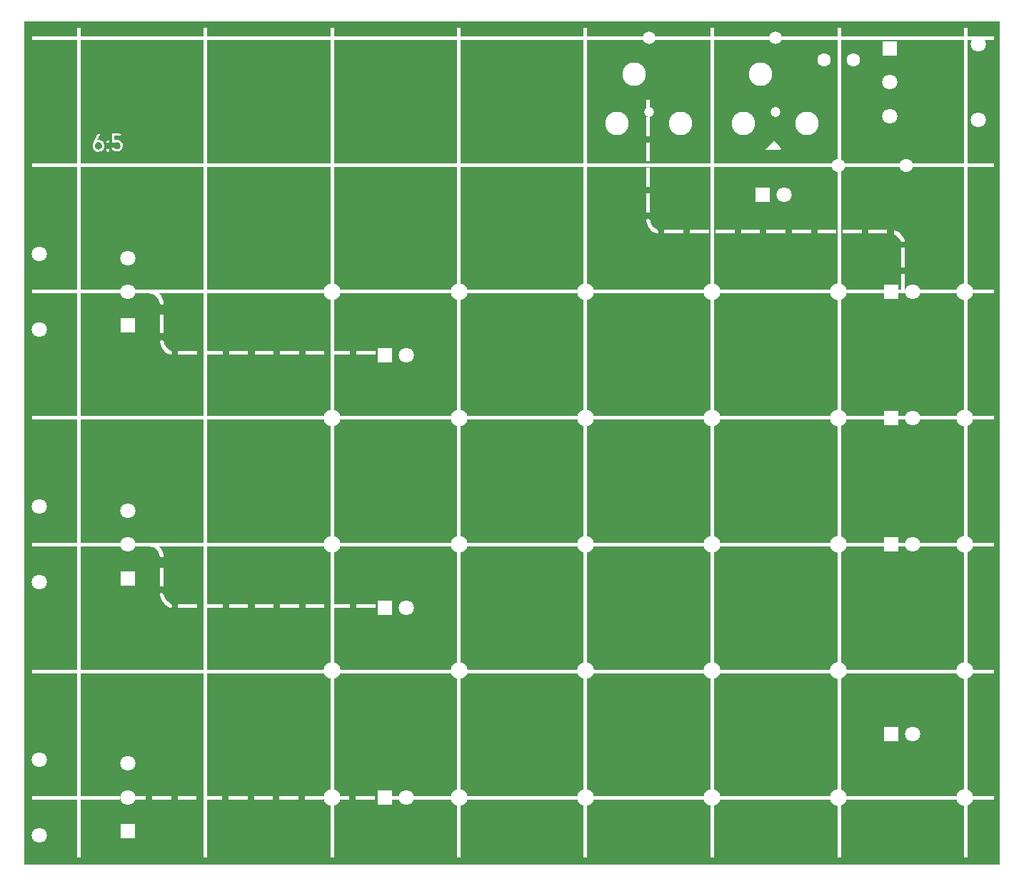
<source format=gto>
G04 #@! TF.GenerationSoftware,KiCad,Pcbnew,(6.0.8)*
G04 #@! TF.CreationDate,2023-07-24T16:33:47+02:00*
G04 #@! TF.ProjectId,pisynthInv,70697379-6e74-4684-996e-762e6b696361,rev?*
G04 #@! TF.SameCoordinates,Original*
G04 #@! TF.FileFunction,Legend,Top*
G04 #@! TF.FilePolarity,Positive*
%FSLAX46Y46*%
G04 Gerber Fmt 4.6, Leading zero omitted, Abs format (unit mm)*
G04 Created by KiCad (PCBNEW (6.0.8)) date 2023-07-24 16:33:47*
%MOMM*%
%LPD*%
G01*
G04 APERTURE LIST*
%ADD10C,2.000000*%
%ADD11C,1.800000*%
%ADD12R,1.800000X1.800000*%
%ADD13C,1.500000*%
%ADD14C,1.200000*%
%ADD15C,2.800000*%
%ADD16C,1.600000*%
G04 APERTURE END LIST*
G36*
X133906630Y-111868564D02*
G01*
X119312155Y-111868564D01*
X119312155Y-97203923D01*
X133906630Y-97203923D01*
X133906630Y-111868564D01*
G37*
G36*
X58759116Y-51736520D02*
G01*
X44164641Y-51736520D01*
X44164641Y-37142044D01*
X58759116Y-37142044D01*
X58759116Y-51736520D01*
G37*
G36*
X103805525Y-96782928D02*
G01*
X89211050Y-96782928D01*
X89211050Y-82188453D01*
X103805525Y-82188453D01*
X103805525Y-96782928D01*
G37*
G36*
X133906630Y-126884033D02*
G01*
X119312155Y-126884033D01*
X119312155Y-112289558D01*
X133906630Y-112289558D01*
X133906630Y-126884033D01*
G37*
G36*
X58759116Y-96782928D02*
G01*
X44164641Y-96782928D01*
X44164641Y-82188453D01*
X58759116Y-82188453D01*
X58759116Y-96782928D01*
G37*
G36*
X43743646Y-96782928D02*
G01*
X29149171Y-96782928D01*
X29149171Y-82188453D01*
X43743646Y-82188453D01*
X43743646Y-96782928D01*
G37*
G36*
X103805525Y-52157514D02*
G01*
X103805525Y-66751989D01*
X89211050Y-66751989D01*
X89211050Y-60086243D01*
X98332597Y-60086243D01*
X100648066Y-60086243D01*
X101419890Y-60086243D01*
X103665193Y-60086243D01*
X103665193Y-59665249D01*
X101419890Y-59665249D01*
X101419890Y-60086243D01*
X100648066Y-60086243D01*
X100648066Y-59665249D01*
X98332597Y-59665249D01*
X98332597Y-60086243D01*
X89211050Y-60086243D01*
X89211050Y-58525055D01*
X96228016Y-58525055D01*
X96290947Y-58898042D01*
X96460679Y-59270339D01*
X96710814Y-59604262D01*
X97014954Y-59862127D01*
X97245028Y-59976907D01*
X97460955Y-60050015D01*
X97576136Y-60066156D01*
X97622234Y-60014851D01*
X97630909Y-59885619D01*
X97630939Y-59849176D01*
X97607471Y-59671160D01*
X97510531Y-59568129D01*
X97420119Y-59524784D01*
X97155820Y-59352507D01*
X96918462Y-59085985D01*
X96745262Y-58770926D01*
X96702906Y-58643893D01*
X96640498Y-58450262D01*
X96568894Y-58358629D01*
X96455510Y-58332626D01*
X96423569Y-58332100D01*
X96280911Y-58353493D01*
X96231552Y-58446720D01*
X96228016Y-58525055D01*
X89211050Y-58525055D01*
X89211050Y-57560276D01*
X96227624Y-57560276D01*
X96648619Y-57560276D01*
X96648619Y-55314973D01*
X96227624Y-55314973D01*
X96227624Y-57560276D01*
X89211050Y-57560276D01*
X89211050Y-54543149D01*
X96227624Y-54543149D01*
X96648619Y-54543149D01*
X96648619Y-52297845D01*
X96227624Y-52297845D01*
X96227624Y-54543149D01*
X89211050Y-54543149D01*
X89211050Y-52157514D01*
X103805525Y-52157514D01*
G37*
G36*
X43743646Y-66751989D02*
G01*
X29149171Y-66751989D01*
X29149171Y-52157514D01*
X43743646Y-52157514D01*
X43743646Y-66751989D01*
G37*
G36*
X118891160Y-81767459D02*
G01*
X104226519Y-81767459D01*
X104226519Y-67172984D01*
X118891160Y-67172984D01*
X118891160Y-81767459D01*
G37*
G36*
X88790055Y-126884033D02*
G01*
X74195580Y-126884033D01*
X74195580Y-112289558D01*
X88790055Y-112289558D01*
X88790055Y-126884033D01*
G37*
G36*
X59180111Y-74049227D02*
G01*
X59180111Y-67172984D01*
X73774586Y-67172984D01*
X73774586Y-81767459D01*
X59180111Y-81767459D01*
X59180111Y-74470221D01*
X61074586Y-74470221D01*
X61846409Y-74470221D01*
X64091713Y-74470221D01*
X64091713Y-74049227D01*
X61846409Y-74049227D01*
X61846409Y-74470221D01*
X61074586Y-74470221D01*
X61074586Y-74049227D01*
X59180111Y-74049227D01*
G37*
G36*
X133906630Y-96782928D02*
G01*
X119312155Y-96782928D01*
X119312155Y-82188453D01*
X133906630Y-82188453D01*
X133906630Y-96782928D01*
G37*
G36*
X103805525Y-37142044D02*
G01*
X103805525Y-51736520D01*
X89211050Y-51736520D01*
X89211050Y-51526022D01*
X96227624Y-51526022D01*
X96648619Y-51526022D01*
X96648619Y-49280718D01*
X96227624Y-49280718D01*
X96227624Y-51526022D01*
X89211050Y-51526022D01*
X89211050Y-48508895D01*
X96227624Y-48508895D01*
X96648619Y-48508895D01*
X96648619Y-46263591D01*
X96227624Y-46263591D01*
X96227624Y-48508895D01*
X89211050Y-48508895D01*
X89211050Y-45491768D01*
X96227624Y-45491768D01*
X96648619Y-45491768D01*
X96648619Y-44228785D01*
X96227624Y-44228785D01*
X96227624Y-45491768D01*
X89211050Y-45491768D01*
X89211050Y-37142044D01*
X103805525Y-37142044D01*
G37*
G36*
X133906630Y-81767459D02*
G01*
X119312155Y-81767459D01*
X119312155Y-67172984D01*
X133906630Y-67172984D01*
X133906630Y-81767459D01*
G37*
G36*
X118891160Y-126884033D02*
G01*
X104226519Y-126884033D01*
X104226519Y-112289558D01*
X118891160Y-112289558D01*
X118891160Y-126884033D01*
G37*
G36*
X103805525Y-111868564D02*
G01*
X89211050Y-111868564D01*
X89211050Y-97203923D01*
X103805525Y-97203923D01*
X103805525Y-111868564D01*
G37*
G36*
X103805525Y-81767459D02*
G01*
X89211050Y-81767459D01*
X89211050Y-67172984D01*
X103805525Y-67172984D01*
X103805525Y-81767459D01*
G37*
G36*
X73774586Y-96782928D02*
G01*
X59180111Y-96782928D01*
X59180111Y-82188453D01*
X73774586Y-82188453D01*
X73774586Y-96782928D01*
G37*
G36*
X118891160Y-111868564D02*
G01*
X104226519Y-111868564D01*
X104226519Y-97203923D01*
X118891160Y-97203923D01*
X118891160Y-111868564D01*
G37*
G36*
X88790055Y-111868564D02*
G01*
X74195580Y-111868564D01*
X74195580Y-97203923D01*
X88790055Y-97203923D01*
X88790055Y-111868564D01*
G37*
G36*
X73774586Y-66751989D02*
G01*
X59180111Y-66751989D01*
X59180111Y-52157514D01*
X73774586Y-52157514D01*
X73774586Y-66751989D01*
G37*
G36*
X118891160Y-96782928D02*
G01*
X104226519Y-96782928D01*
X104226519Y-82188453D01*
X118891160Y-82188453D01*
X118891160Y-96782928D01*
G37*
G36*
X138116575Y-34896741D02*
G01*
X138116575Y-135023260D01*
X22483426Y-135023260D01*
X22483426Y-127305028D01*
X23395580Y-127305028D01*
X28728177Y-127305028D01*
X28728177Y-134111105D01*
X29149171Y-134111105D01*
X29149171Y-127305028D01*
X33850276Y-127305028D01*
X34622100Y-127305028D01*
X36867403Y-127305028D01*
X37639227Y-127305028D01*
X39884530Y-127305028D01*
X40656354Y-127305028D01*
X42901658Y-127305028D01*
X42901658Y-126884033D01*
X40656354Y-126884033D01*
X40656354Y-127305028D01*
X39884530Y-127305028D01*
X39884530Y-126884033D01*
X37639227Y-126884033D01*
X37639227Y-127305028D01*
X36867403Y-127305028D01*
X36867403Y-126884033D01*
X34622100Y-126884033D01*
X34622100Y-127305028D01*
X33850276Y-127305028D01*
X33850276Y-126884033D01*
X29149171Y-126884033D01*
X29149171Y-112289558D01*
X43743646Y-112289558D01*
X43743646Y-134111105D01*
X44164641Y-134111105D01*
X44164641Y-127305028D01*
X45918785Y-127305028D01*
X46690608Y-127305028D01*
X48935912Y-127305028D01*
X49707735Y-127305028D01*
X51953039Y-127305028D01*
X52724862Y-127305028D01*
X54970166Y-127305028D01*
X55741989Y-127305028D01*
X57987293Y-127305028D01*
X57987293Y-126884033D01*
X55741989Y-126884033D01*
X55741989Y-127305028D01*
X54970166Y-127305028D01*
X54970166Y-126884033D01*
X52724862Y-126884033D01*
X52724862Y-127305028D01*
X51953039Y-127305028D01*
X51953039Y-126884033D01*
X49707735Y-126884033D01*
X49707735Y-127305028D01*
X48935912Y-127305028D01*
X48935912Y-126884033D01*
X46690608Y-126884033D01*
X46690608Y-127305028D01*
X45918785Y-127305028D01*
X45918785Y-126884033D01*
X44164641Y-126884033D01*
X44164641Y-112289558D01*
X58759116Y-112289558D01*
X58759116Y-134111105D01*
X59180111Y-134111105D01*
X59180111Y-127305028D01*
X61004420Y-127305028D01*
X61776243Y-127305028D01*
X64021547Y-127305028D01*
X64021547Y-126884033D01*
X61776243Y-126884033D01*
X61776243Y-127305028D01*
X61004420Y-127305028D01*
X61004420Y-126884033D01*
X59180111Y-126884033D01*
X59180111Y-112289558D01*
X73774586Y-112289558D01*
X73774586Y-126884033D01*
X64793370Y-126884033D01*
X64793370Y-127305028D01*
X73774586Y-127305028D01*
X73774586Y-134111105D01*
X74195580Y-134111105D01*
X74195580Y-127305028D01*
X88790055Y-127305028D01*
X88790055Y-134111105D01*
X89211050Y-134111105D01*
X89211050Y-127305028D01*
X103805525Y-127305028D01*
X103805525Y-134111105D01*
X104226519Y-134111105D01*
X104226519Y-127305028D01*
X118891160Y-127305028D01*
X118891160Y-134111105D01*
X119312155Y-134111105D01*
X119312155Y-127305028D01*
X133906630Y-127305028D01*
X133906630Y-134111105D01*
X134327624Y-134111105D01*
X134327624Y-127305028D01*
X137414917Y-127305028D01*
X137414917Y-126884033D01*
X134327624Y-126884033D01*
X134327624Y-112289558D01*
X137414917Y-112289558D01*
X137414917Y-111868564D01*
X134327624Y-111868564D01*
X134327624Y-97203923D01*
X137414917Y-97203923D01*
X137414917Y-96782928D01*
X134327624Y-96782928D01*
X134327624Y-82188453D01*
X137414917Y-82188453D01*
X137414917Y-81767459D01*
X134327624Y-81767459D01*
X134327624Y-67172984D01*
X137414917Y-67172984D01*
X137414917Y-66751989D01*
X134327624Y-66751989D01*
X134327624Y-52157514D01*
X137414917Y-52157514D01*
X137414917Y-51736520D01*
X134327624Y-51736520D01*
X134327624Y-37142044D01*
X137414917Y-37142044D01*
X137414917Y-36721050D01*
X134327624Y-36721050D01*
X134327624Y-35668564D01*
X133906630Y-35668564D01*
X133906630Y-36721050D01*
X119312155Y-36721050D01*
X119312155Y-35668564D01*
X118891160Y-35668564D01*
X118891160Y-36721050D01*
X104226519Y-36721050D01*
X104226519Y-35668564D01*
X103805525Y-35668564D01*
X103805525Y-36721050D01*
X89211050Y-36721050D01*
X89211050Y-35668564D01*
X88790055Y-35668564D01*
X88790055Y-36721050D01*
X74195580Y-36721050D01*
X74195580Y-35668564D01*
X73774586Y-35668564D01*
X73774586Y-36721050D01*
X59180111Y-36721050D01*
X59180111Y-35668564D01*
X58759116Y-35668564D01*
X58759116Y-36721050D01*
X44164641Y-36721050D01*
X44164641Y-35668564D01*
X43743646Y-35668564D01*
X43743646Y-36721050D01*
X29149171Y-36721050D01*
X29149171Y-35668564D01*
X28728177Y-35668564D01*
X28728177Y-36721050D01*
X23395580Y-36721050D01*
X23395580Y-37142044D01*
X28728177Y-37142044D01*
X28728177Y-51736520D01*
X23395580Y-51736520D01*
X23395580Y-52157514D01*
X28728177Y-52157514D01*
X28728177Y-66751989D01*
X23395580Y-66751989D01*
X23395580Y-67172984D01*
X28728177Y-67172984D01*
X28728177Y-81767459D01*
X23395580Y-81767459D01*
X23395580Y-82188453D01*
X28728177Y-82188453D01*
X28728177Y-96782928D01*
X23395580Y-96782928D01*
X23395580Y-97203923D01*
X28728177Y-97203923D01*
X28728177Y-111868564D01*
X23395580Y-111868564D01*
X23395580Y-112289558D01*
X28728177Y-112289558D01*
X28728177Y-126884033D01*
X23395580Y-126884033D01*
X23395580Y-127305028D01*
X22483426Y-127305028D01*
X22483426Y-34896741D01*
X138116575Y-34896741D01*
G37*
G36*
X59180111Y-104080166D02*
G01*
X59180111Y-97203923D01*
X73774586Y-97203923D01*
X73774586Y-111868564D01*
X59180111Y-111868564D01*
X59180111Y-104501160D01*
X61074586Y-104501160D01*
X61846409Y-104501160D01*
X64091713Y-104501160D01*
X64091713Y-104080166D01*
X61846409Y-104080166D01*
X61846409Y-104501160D01*
X61074586Y-104501160D01*
X61074586Y-104080166D01*
X59180111Y-104080166D01*
G37*
G36*
X118891160Y-37142044D02*
G01*
X118891160Y-51736520D01*
X104226519Y-51736520D01*
X104226519Y-50157790D01*
X110263789Y-50157790D01*
X111156894Y-50137861D01*
X111511076Y-50129072D01*
X111826047Y-50119626D01*
X112068791Y-50110624D01*
X112206292Y-50103165D01*
X112210606Y-50102778D01*
X112271922Y-50085194D01*
X112275161Y-50037441D01*
X112208887Y-49942523D01*
X112061663Y-49783441D01*
X111858129Y-49578925D01*
X111345047Y-49070225D01*
X110804418Y-49614008D01*
X110263789Y-50157790D01*
X104226519Y-50157790D01*
X104226519Y-37142044D01*
X118891160Y-37142044D01*
G37*
G36*
X33326829Y-97203923D02*
G01*
X34198464Y-97204083D01*
X34940960Y-97204792D01*
X35565508Y-97206397D01*
X36083302Y-97209243D01*
X36505534Y-97213675D01*
X36843394Y-97220039D01*
X37108076Y-97228680D01*
X37310772Y-97239943D01*
X37462673Y-97254175D01*
X37574972Y-97271720D01*
X37658862Y-97292925D01*
X37725533Y-97318134D01*
X37773527Y-97341178D01*
X38125032Y-97595009D01*
X38382853Y-97938782D01*
X38498274Y-98229687D01*
X38559851Y-98420994D01*
X38631592Y-98510963D01*
X38748024Y-98536453D01*
X38786205Y-98537072D01*
X38991923Y-98537072D01*
X38948676Y-98171922D01*
X38833406Y-97752873D01*
X38688963Y-97505347D01*
X38472496Y-97203923D01*
X43743646Y-97203923D01*
X43743646Y-111868564D01*
X29149171Y-111868564D01*
X29149171Y-104501160D01*
X40656354Y-104501160D01*
X42971823Y-104501160D01*
X42971823Y-104080166D01*
X40656354Y-104080166D01*
X40656354Y-104501160D01*
X29149171Y-104501160D01*
X29149171Y-102939973D01*
X38551773Y-102939973D01*
X38614704Y-103312959D01*
X38784436Y-103685256D01*
X39034571Y-104019179D01*
X39338711Y-104277044D01*
X39568785Y-104391824D01*
X39784712Y-104464933D01*
X39899893Y-104481074D01*
X39945991Y-104429768D01*
X39954666Y-104300536D01*
X39954696Y-104264093D01*
X39931228Y-104086078D01*
X39834288Y-103983047D01*
X39743876Y-103939701D01*
X39479577Y-103767424D01*
X39242219Y-103500902D01*
X39069019Y-103185843D01*
X39026662Y-103058810D01*
X38964254Y-102865179D01*
X38892650Y-102773547D01*
X38779267Y-102747543D01*
X38747326Y-102747017D01*
X38604668Y-102768410D01*
X38555309Y-102861637D01*
X38551773Y-102939973D01*
X29149171Y-102939973D01*
X29149171Y-101975194D01*
X38551381Y-101975194D01*
X38972376Y-101975194D01*
X38972376Y-99729890D01*
X38551381Y-99729890D01*
X38551381Y-101975194D01*
X29149171Y-101975194D01*
X29149171Y-97203923D01*
X33326829Y-97203923D01*
G37*
G36*
X118891160Y-52157514D02*
G01*
X118891160Y-66751989D01*
X104226519Y-66751989D01*
X104226519Y-60086243D01*
X104437017Y-60086243D01*
X106682321Y-60086243D01*
X107454144Y-60086243D01*
X109699448Y-60086243D01*
X110471271Y-60086243D01*
X112716575Y-60086243D01*
X113488398Y-60086243D01*
X115733702Y-60086243D01*
X116505525Y-60086243D01*
X118750829Y-60086243D01*
X118750829Y-59665249D01*
X116505525Y-59665249D01*
X116505525Y-60086243D01*
X115733702Y-60086243D01*
X115733702Y-59665249D01*
X113488398Y-59665249D01*
X113488398Y-60086243D01*
X112716575Y-60086243D01*
X112716575Y-59665249D01*
X110471271Y-59665249D01*
X110471271Y-60086243D01*
X109699448Y-60086243D01*
X109699448Y-59665249D01*
X107454144Y-59665249D01*
X107454144Y-60086243D01*
X106682321Y-60086243D01*
X106682321Y-59665249D01*
X104437017Y-59665249D01*
X104437017Y-60086243D01*
X104226519Y-60086243D01*
X104226519Y-52157514D01*
X118891160Y-52157514D01*
G37*
G36*
X88790055Y-51736520D02*
G01*
X74195580Y-51736520D01*
X74195580Y-37142044D01*
X88790055Y-37142044D01*
X88790055Y-51736520D01*
G37*
G36*
X44164641Y-74049227D02*
G01*
X44164641Y-67172984D01*
X58759116Y-67172984D01*
X58759116Y-81767459D01*
X44164641Y-81767459D01*
X44164641Y-74470221D01*
X45988950Y-74470221D01*
X46760774Y-74470221D01*
X49006077Y-74470221D01*
X49777901Y-74470221D01*
X52023205Y-74470221D01*
X52795028Y-74470221D01*
X55040332Y-74470221D01*
X55812155Y-74470221D01*
X58057459Y-74470221D01*
X58057459Y-74049227D01*
X55812155Y-74049227D01*
X55812155Y-74470221D01*
X55040332Y-74470221D01*
X55040332Y-74049227D01*
X52795028Y-74049227D01*
X52795028Y-74470221D01*
X52023205Y-74470221D01*
X52023205Y-74049227D01*
X49777901Y-74049227D01*
X49777901Y-74470221D01*
X49006077Y-74470221D01*
X49006077Y-74049227D01*
X46760774Y-74049227D01*
X46760774Y-74470221D01*
X45988950Y-74470221D01*
X45988950Y-74049227D01*
X44164641Y-74049227D01*
G37*
G36*
X133906630Y-52157514D02*
G01*
X133906630Y-66751989D01*
X126890055Y-66751989D01*
X126890055Y-64857514D01*
X126469061Y-64857514D01*
X126469061Y-66751989D01*
X119312155Y-66751989D01*
X119312155Y-64085691D01*
X126469061Y-64085691D01*
X126890055Y-64085691D01*
X126890055Y-61770221D01*
X126469061Y-61770221D01*
X126469061Y-64085691D01*
X119312155Y-64085691D01*
X119312155Y-60086243D01*
X119522652Y-60086243D01*
X121767956Y-60086243D01*
X122539779Y-60086243D01*
X124785083Y-60086243D01*
X124785083Y-59912140D01*
X125556906Y-59912140D01*
X125583660Y-60099642D01*
X125688905Y-60216940D01*
X125759046Y-60257336D01*
X125971609Y-60408988D01*
X126176883Y-60621580D01*
X126327340Y-60842408D01*
X126363692Y-60927854D01*
X126439722Y-61031081D01*
X126602722Y-61067605D01*
X126650540Y-61068564D01*
X126810968Y-61059324D01*
X126865932Y-61009035D01*
X126850116Y-60883845D01*
X126848227Y-60875608D01*
X126704516Y-60524624D01*
X126458304Y-60194824D01*
X126146108Y-59926558D01*
X125853113Y-59775982D01*
X125556906Y-59671474D01*
X125556906Y-59912140D01*
X124785083Y-59912140D01*
X124785083Y-59665249D01*
X122539779Y-59665249D01*
X122539779Y-60086243D01*
X121767956Y-60086243D01*
X121767956Y-59665249D01*
X119522652Y-59665249D01*
X119522652Y-60086243D01*
X119312155Y-60086243D01*
X119312155Y-52157514D01*
X133906630Y-52157514D01*
G37*
G36*
X44164641Y-104080166D02*
G01*
X44164641Y-97203923D01*
X58759116Y-97203923D01*
X58759116Y-111868564D01*
X44164641Y-111868564D01*
X44164641Y-104501160D01*
X45988950Y-104501160D01*
X46760774Y-104501160D01*
X49006077Y-104501160D01*
X49777901Y-104501160D01*
X52023205Y-104501160D01*
X52795028Y-104501160D01*
X55040332Y-104501160D01*
X55812155Y-104501160D01*
X58057459Y-104501160D01*
X58057459Y-104080166D01*
X55812155Y-104080166D01*
X55812155Y-104501160D01*
X55040332Y-104501160D01*
X55040332Y-104080166D01*
X52795028Y-104080166D01*
X52795028Y-104501160D01*
X52023205Y-104501160D01*
X52023205Y-104080166D01*
X49777901Y-104080166D01*
X49777901Y-104501160D01*
X49006077Y-104501160D01*
X49006077Y-104080166D01*
X46760774Y-104080166D01*
X46760774Y-104501160D01*
X45988950Y-104501160D01*
X45988950Y-104080166D01*
X44164641Y-104080166D01*
G37*
G36*
X33326829Y-67172984D02*
G01*
X34198464Y-67173143D01*
X34940960Y-67173853D01*
X35565508Y-67175458D01*
X36083302Y-67178304D01*
X36505534Y-67182736D01*
X36843394Y-67189100D01*
X37108076Y-67197741D01*
X37310772Y-67209004D01*
X37462673Y-67223236D01*
X37574972Y-67240781D01*
X37658862Y-67261985D01*
X37725533Y-67287194D01*
X37773527Y-67310238D01*
X38125032Y-67564070D01*
X38382853Y-67907843D01*
X38498274Y-68198748D01*
X38559851Y-68390055D01*
X38631592Y-68480023D01*
X38748024Y-68505514D01*
X38786205Y-68506133D01*
X38991923Y-68506133D01*
X38948676Y-68140983D01*
X38833406Y-67721934D01*
X38688963Y-67474408D01*
X38472496Y-67172984D01*
X43743646Y-67172984D01*
X43743646Y-81767459D01*
X29149171Y-81767459D01*
X29149171Y-74470221D01*
X40656354Y-74470221D01*
X42971823Y-74470221D01*
X42971823Y-74049227D01*
X40656354Y-74049227D01*
X40656354Y-74470221D01*
X29149171Y-74470221D01*
X29149171Y-72909033D01*
X38551773Y-72909033D01*
X38614704Y-73282019D01*
X38784436Y-73654317D01*
X39034571Y-73988240D01*
X39338711Y-74246105D01*
X39568785Y-74360885D01*
X39784712Y-74433993D01*
X39899893Y-74450134D01*
X39945991Y-74398829D01*
X39954666Y-74269597D01*
X39954696Y-74233154D01*
X39931228Y-74055138D01*
X39834288Y-73952107D01*
X39743876Y-73908761D01*
X39479577Y-73736485D01*
X39242219Y-73469963D01*
X39069019Y-73154904D01*
X39026662Y-73027871D01*
X38964254Y-72834240D01*
X38892650Y-72742607D01*
X38779267Y-72716604D01*
X38747326Y-72716078D01*
X38604668Y-72737471D01*
X38555309Y-72830698D01*
X38551773Y-72909033D01*
X29149171Y-72909033D01*
X29149171Y-71944254D01*
X38551381Y-71944254D01*
X38972376Y-71944254D01*
X38972376Y-69698950D01*
X38551381Y-69698950D01*
X38551381Y-71944254D01*
X29149171Y-71944254D01*
X29149171Y-67172984D01*
X33326829Y-67172984D01*
G37*
G36*
X88790055Y-81767459D02*
G01*
X74195580Y-81767459D01*
X74195580Y-67172984D01*
X88790055Y-67172984D01*
X88790055Y-81767459D01*
G37*
G36*
X73774586Y-51736520D02*
G01*
X59180111Y-51736520D01*
X59180111Y-37142044D01*
X73774586Y-37142044D01*
X73774586Y-51736520D01*
G37*
G36*
X88790055Y-66751989D02*
G01*
X74195580Y-66751989D01*
X74195580Y-52157514D01*
X88790055Y-52157514D01*
X88790055Y-66751989D01*
G37*
G36*
X133906630Y-51736520D02*
G01*
X119312155Y-51736520D01*
X119312155Y-37142044D01*
X133906630Y-37142044D01*
X133906630Y-51736520D01*
G37*
G36*
X31479208Y-49269599D02*
G01*
X31618472Y-49419236D01*
X31682618Y-49618211D01*
X31658117Y-49825270D01*
X31535804Y-49995677D01*
X31316940Y-50109434D01*
X31111423Y-50083749D01*
X30973481Y-49982376D01*
X30860686Y-49787137D01*
X30856328Y-49572675D01*
X30944598Y-49379016D01*
X31109682Y-49246190D01*
X31278352Y-49210553D01*
X31479208Y-49269599D01*
G37*
G36*
X58759116Y-66751989D02*
G01*
X44164641Y-66751989D01*
X44164641Y-52157514D01*
X58759116Y-52157514D01*
X58759116Y-66751989D01*
G37*
G36*
X43743646Y-37142044D02*
G01*
X43743646Y-51736520D01*
X29149171Y-51736520D01*
X29149171Y-49746942D01*
X30564827Y-49746942D01*
X30607664Y-49931231D01*
X30702509Y-50084008D01*
X30929913Y-50301322D01*
X31177382Y-50385127D01*
X31467714Y-50341229D01*
X31566495Y-50304062D01*
X31746213Y-50199928D01*
X32184487Y-50199928D01*
X32236464Y-50298122D01*
X32352894Y-50394080D01*
X32460059Y-50358574D01*
X32516386Y-50299015D01*
X32568907Y-50161471D01*
X32531600Y-50036460D01*
X32422672Y-49982376D01*
X32297707Y-50031970D01*
X32236464Y-50087624D01*
X32184487Y-50199928D01*
X31746213Y-50199928D01*
X31747787Y-50199016D01*
X31872793Y-50075326D01*
X31879988Y-50063095D01*
X31924718Y-49907117D01*
X32797790Y-49907117D01*
X32860253Y-50080160D01*
X33022927Y-50214360D01*
X33248739Y-50299964D01*
X33500616Y-50327219D01*
X33741487Y-50286371D01*
X33901952Y-50197601D01*
X34086357Y-49968890D01*
X34160083Y-49708852D01*
X34134546Y-49446992D01*
X34021160Y-49212814D01*
X33831342Y-49035823D01*
X33576508Y-48945523D01*
X33416579Y-48943127D01*
X33242610Y-48952867D01*
X33167153Y-48912369D01*
X33149034Y-48784845D01*
X33148619Y-48703705D01*
X33148619Y-48438729D01*
X33569613Y-48438729D01*
X33814066Y-48430647D01*
X33945311Y-48401993D01*
X33989778Y-48346162D01*
X33990608Y-48333481D01*
X33964169Y-48279479D01*
X33868241Y-48247070D01*
X33677907Y-48231583D01*
X33429282Y-48228232D01*
X32867956Y-48228232D01*
X32867956Y-48750334D01*
X32877388Y-49013945D01*
X32902475Y-49214517D01*
X32938400Y-49315277D01*
X32942357Y-49318419D01*
X33053970Y-49326117D01*
X33219155Y-49280559D01*
X33221658Y-49279528D01*
X33485009Y-49225558D01*
X33698738Y-49292714D01*
X33843296Y-49474610D01*
X33847270Y-49483957D01*
X33887295Y-49716463D01*
X33820319Y-49903507D01*
X33676459Y-50029472D01*
X33485836Y-50078741D01*
X33278568Y-50035695D01*
X33084775Y-49884717D01*
X33081632Y-49880958D01*
X32954154Y-49785038D01*
X32846021Y-49792635D01*
X32797893Y-49899999D01*
X32797790Y-49907117D01*
X31924718Y-49907117D01*
X31942829Y-49843961D01*
X31948774Y-49577286D01*
X31900309Y-49332781D01*
X31850335Y-49231535D01*
X31837915Y-49220360D01*
X32185904Y-49220360D01*
X32199700Y-49277998D01*
X32305423Y-49338859D01*
X32446699Y-49320801D01*
X32555284Y-49239346D01*
X32574220Y-49192799D01*
X32539303Y-49067346D01*
X32481789Y-49025331D01*
X32354385Y-49031261D01*
X32239708Y-49110645D01*
X32185904Y-49220360D01*
X31837915Y-49220360D01*
X31720751Y-49114941D01*
X31533349Y-49015989D01*
X31341718Y-48956228D01*
X31199446Y-48957207D01*
X31185350Y-48964125D01*
X31120440Y-48976141D01*
X31140506Y-48881826D01*
X31244276Y-48685544D01*
X31287396Y-48614144D01*
X31408456Y-48407092D01*
X31452228Y-48290465D01*
X31421154Y-48239205D01*
X31325014Y-48228232D01*
X31239478Y-48262312D01*
X31138765Y-48376357D01*
X31010055Y-48588078D01*
X30868936Y-48858322D01*
X30692016Y-49235873D01*
X30591795Y-49523618D01*
X30564827Y-49746942D01*
X29149171Y-49746942D01*
X29149171Y-37142044D01*
X43743646Y-37142044D01*
G37*
G36*
X103805525Y-126884033D02*
G01*
X89211050Y-126884033D01*
X89211050Y-112289558D01*
X103805525Y-112289558D01*
X103805525Y-126884033D01*
G37*
G36*
X88790055Y-96782928D02*
G01*
X74195580Y-96782928D01*
X74195580Y-82188453D01*
X88790055Y-82188453D01*
X88790055Y-96782928D01*
G37*
%LPC*%
D10*
X134000000Y-97000000D03*
X59000000Y-97000000D03*
D11*
X24250000Y-122500000D03*
X24250000Y-131500000D03*
D12*
X34750000Y-131000000D03*
D11*
X34750000Y-127000000D03*
X34750000Y-123000000D03*
X24250000Y-101500000D03*
X24250000Y-92500000D03*
D12*
X34750000Y-101000000D03*
D11*
X34750000Y-97000000D03*
X34750000Y-93000000D03*
D12*
X125225000Y-67000000D03*
D11*
X127765000Y-67000000D03*
D10*
X74000000Y-127000000D03*
D13*
X96550000Y-36900000D03*
D14*
X96550000Y-45700000D03*
D15*
X94750000Y-41200000D03*
X92750000Y-47000000D03*
X100250000Y-47000000D03*
D10*
X119000000Y-82000000D03*
X119000000Y-97000000D03*
X134000000Y-127000000D03*
X59000000Y-67000000D03*
X104000000Y-127000000D03*
X119000000Y-112000000D03*
D13*
X111550000Y-36900000D03*
D14*
X111550000Y-45700000D03*
D15*
X109750000Y-41200000D03*
X107750000Y-47000000D03*
X115250000Y-47000000D03*
D12*
X65225000Y-127000000D03*
D11*
X67765000Y-127000000D03*
D12*
X109975000Y-55500000D03*
D11*
X112515000Y-55500000D03*
D10*
X134000000Y-82000000D03*
X74000000Y-97000000D03*
X134000000Y-67000000D03*
D11*
X24250000Y-62500000D03*
X24250000Y-71500000D03*
D12*
X34750000Y-71000000D03*
D11*
X34750000Y-67000000D03*
X34750000Y-63000000D03*
D10*
X74000000Y-82000000D03*
X104000000Y-67000000D03*
D12*
X65225000Y-74500000D03*
D11*
X67765000Y-74500000D03*
D10*
X89000000Y-112000000D03*
X89000000Y-127000000D03*
X59000000Y-127000000D03*
D12*
X125225000Y-97000000D03*
D11*
X127765000Y-97000000D03*
D10*
X104000000Y-112000000D03*
D12*
X125225000Y-119500000D03*
D11*
X127765000Y-119500000D03*
D10*
X89000000Y-97000000D03*
X59000000Y-112000000D03*
X119000000Y-127000000D03*
X134000000Y-112000000D03*
X119000000Y-67000000D03*
D12*
X65225000Y-104500000D03*
D11*
X67765000Y-104500000D03*
X135550000Y-37630000D03*
X135550000Y-46630000D03*
D12*
X125050000Y-38130000D03*
D11*
X125050000Y-42130000D03*
X125050000Y-46130000D03*
D10*
X74000000Y-67000000D03*
X89000000Y-67000000D03*
X89000000Y-82000000D03*
D16*
X120775000Y-39500000D03*
X117275000Y-39500000D03*
X127000000Y-52000000D03*
X119000000Y-52000000D03*
D10*
X74000000Y-112000000D03*
X104000000Y-97000000D03*
X59000000Y-82000000D03*
D12*
X125225000Y-82000000D03*
D11*
X127765000Y-82000000D03*
D10*
X104000000Y-82000000D03*
M02*

</source>
